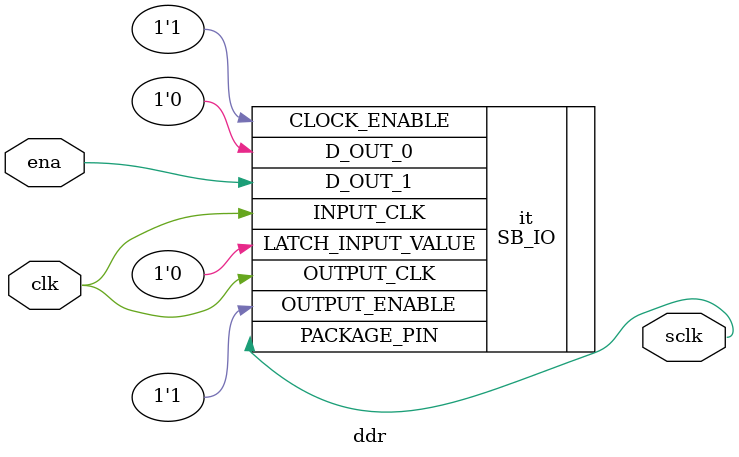
<source format=v>
`default_nettype none

module led_driver (
        input  CLK,
        input  reset_pin,
        output pll_clk,
        output reset,
        output [15:0] LED_PANEL);

    localparam  S_START   = 8'b00000001;
    localparam  S_BLANK   = 8'b00000010;
    localparam  S_LATCH   = 8'b00000100;
    localparam  S_UNLATCH = 8'b00001000;
    localparam  S_UNBLANK = 8'b00010000;
    localparam  S_SHIFT   = 8'b00100000;

    wire        P1A1, P1A2, P1A3, P1A4, P1A7, P1A8, P1A9, P1A10;
    wire        P1B1, P1B2, P1B3, P1B4, P1B7, P1B8, P1B9, P1B10;

    wire        pll_locked;
    wire  [7:0] subframe;
    wire [12:0] frame;
    wire  [5:0] y0, y1;
    wire [23:0] rgb0, rgb1;

    reg   [2:0] led_rgb0;
    reg   [2:0] led_rgb1;
    reg   [4:0] led_addr;
    reg         led_blank;
    reg         led_latch;
    wire        led_sclk;

    reg   [6:0] x;
    reg   [4:0] addr;
    reg  [19:0] frame_counter;
    reg   [7:0] state;
    reg         sclk_ena;

    // LED panel pins
    assign P1A1 = LED_PANEL[0];
    assign P1A2 = LED_PANEL[1];
    assign P1A3 = LED_PANEL[2];
    assign P1A4 = LED_PANEL[3];
    assign P1A7 = LED_PANEL[4];
    assign P1A8 = LED_PANEL[5];
    assign P1A9 = LED_PANEL[6];
    assign P1A10 = LED_PANEL[7];
    assign P1B1 = LED_PANEL[8];
    assign P1B2 = LED_PANEL[9];
    assign P1B3 = LED_PANEL[10];
    assign P1B4 = LED_PANEL[11];
    assign P1B7 = LED_PANEL[12];
    assign P1B8 = LED_PANEL[13];
    assign P1B9 = LED_PANEL[14];
    assign P1B10 = LED_PANEL[15];

    assign {P1A3, P1A2, P1A1}              = led_rgb0;
    assign {P1A9, P1A8, P1A7}              = led_rgb1;
    assign {P1B10, P1B4, P1B3, P1B2, P1B1} = led_addr;
    assign P1B7                            = led_blank;
    assign P1B8                            = led_latch;
    assign P1B9                            = led_sclk;

    assign {frame, subframe} = frame_counter;
    assign y0 = {1'b0, addr};
    assign y1 = {1'b1, addr};

    always @(posedge pll_clk)
        if (reset) begin
            led_rgb0              <= 0;
            led_rgb1              <= 0;
            led_addr              <= 0;
            led_blank             <= 0;
            led_latch             <= 0;
            addr                  <= 0;
            frame_counter         <= 0;
            x                     <= 0;
            state                 <= S_START;
            sclk_ena              <= 0;
        end
        else
            case (state)

                S_START:
                    state         <= S_BLANK;

                S_BLANK:
                    begin
                        led_blank <= 1;
                        led_addr  <= addr;
                        state     <= S_LATCH;
                    end

                S_LATCH:
                    begin
                        led_latch <= 1;
                        state     <= S_UNLATCH;
                    end

                S_UNLATCH:
                    begin
                        led_latch <= 0;
                        state     <= S_UNBLANK;
                    end

                S_UNBLANK:
                    begin
                        led_blank <= 0;
                        x         <= 0;
                        addr      <= addr + 1;
                        if (addr == 31)
                            frame_counter <= frame_counter + 1;
                        state     <= S_SHIFT;
                    end

                S_SHIFT:
                    if (x[6]) begin
                        sclk_ena  <= 0;
                        state     <= S_BLANK;
                    end
                    else begin
                        led_rgb0  <= rgb0;
                        led_rgb1  <= rgb1;
                        x         <= x + 1;
                        sclk_ena  <= 1;
                        state     <= S_SHIFT;
                    end

            endcase

    painter paint0(
        .clk(pll_clk),
        .reset(reset),
        .frame(frame),
        .x(x),
        .y(y0),
        .rgb(rgb0));

    painter paint1(
        .clk(pll_clk),
        .reset(reset),
        .frame(frame),
        .x(x),
        .y(y1),
        .rgb(rgb1));

    pll_30mhz pll(
        .clk_pin(CLK),
        .reset_pin(reset_pin),
        .locked(pll_locked),
        .pll_clk(pll_clk));

    reset_logic rl(
        .pll_clk(pll_clk),
        .pll_locked(pll_locked),
        .reset(reset));

    ddr led_sclk_ddr(
        .clk(pll_clk),
        .ena(sclk_ena),
        .sclk(led_sclk));

endmodule // top


module pll_30mhz (
        input clk_pin,
        input reset_pin,
        output locked,
        output pll_clk);

    SB_PLL40_PAD #(
        .FEEDBACK_PATH("SIMPLE"),
        .DIVR(4'b0000),         // DIVR =  0
        .DIVF(7'b1001111),      // DIVF = 79
        .DIVQ(3'b101),          // DIVQ =  5
        .FILTER_RANGE(3'b001)   // FILTER_RANGE = 1
    ) the_pll (
        .PACKAGEPIN(clk_pin),
        .PLLOUTCORE(pll_clk),
        .LOCK(locked),
        .RESETB(~reset_pin),
        .BYPASS(1'b0)
    );

endmodule // pll30mhz


module reset_logic (
        input pll_clk,
        input pll_locked,
        output reset);

    reg [3:0] count;
    wire reset_i;

    assign reset = ~count[3];

    always @(posedge pll_clk or negedge pll_locked)
        if (~pll_locked)
            count <= 0;
        else if  (~count[3])
            count <= count + 1;

    SB_GB rst_gb (
        .USER_SIGNAL_TO_GLOBAL_BUFFER(reset_i),
        .GLOBAL_BUFFER_OUTPUT(reset));

endmodule // reset_logic


module ddr (
        input clk,
        input ena,
        output sclk);

    SB_IO #(
        .PIN_TYPE(6'b010001)
    ) it (
        .PACKAGE_PIN(sclk),
        .LATCH_INPUT_VALUE(1'b0),
        .CLOCK_ENABLE(1'b1),
        .INPUT_CLK(clk),
        .OUTPUT_CLK(clk),
        .OUTPUT_ENABLE(1'b1),
        .D_OUT_0(1'b0),
        .D_OUT_1(ena));

endmodule // ddr

</source>
